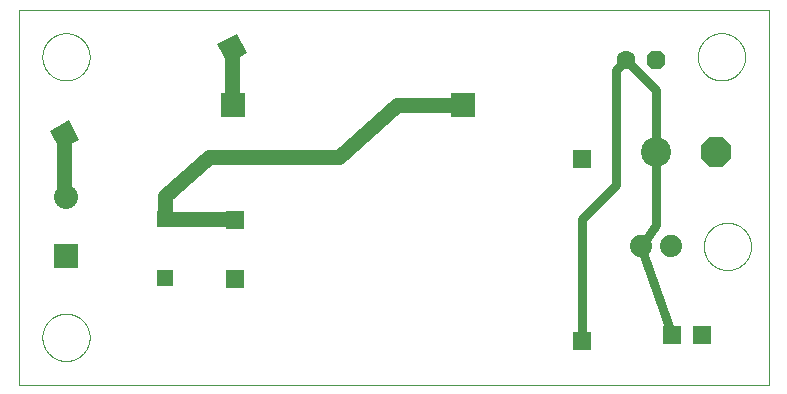
<source format=gtl>
G75*
%MOIN*%
%OFA0B0*%
%FSLAX25Y25*%
%IPPOS*%
%LPD*%
%AMOC8*
5,1,8,0,0,1.08239X$1,22.5*
%
%ADD10C,0.00000*%
%ADD11R,0.08000X0.08000*%
%ADD12C,0.08000*%
%ADD13R,0.05937X0.05937*%
%ADD14R,0.07382X0.07382*%
%ADD15R,0.07972X0.07972*%
%ADD16R,0.05543X0.05543*%
%ADD17R,0.06000X0.06000*%
%ADD18C,0.10000*%
%ADD19OC8,0.10000*%
%ADD20OC8,0.06300*%
%ADD21C,0.06300*%
%ADD22C,0.07400*%
%ADD23C,0.05000*%
%ADD24C,0.03150*%
%ADD25C,0.02400*%
D10*
X0002266Y0001000D02*
X0002266Y0126000D01*
X0252266Y0126000D01*
X0252266Y0001000D01*
X0002266Y0001000D01*
X0010140Y0016748D02*
X0010142Y0016941D01*
X0010149Y0017134D01*
X0010161Y0017327D01*
X0010178Y0017520D01*
X0010199Y0017712D01*
X0010225Y0017903D01*
X0010256Y0018094D01*
X0010291Y0018284D01*
X0010331Y0018473D01*
X0010376Y0018661D01*
X0010425Y0018848D01*
X0010479Y0019034D01*
X0010537Y0019218D01*
X0010600Y0019401D01*
X0010668Y0019582D01*
X0010739Y0019761D01*
X0010816Y0019939D01*
X0010896Y0020115D01*
X0010981Y0020288D01*
X0011070Y0020460D01*
X0011163Y0020629D01*
X0011260Y0020796D01*
X0011362Y0020961D01*
X0011467Y0021123D01*
X0011576Y0021282D01*
X0011690Y0021439D01*
X0011807Y0021592D01*
X0011927Y0021743D01*
X0012052Y0021891D01*
X0012180Y0022036D01*
X0012311Y0022177D01*
X0012446Y0022316D01*
X0012585Y0022451D01*
X0012726Y0022582D01*
X0012871Y0022710D01*
X0013019Y0022835D01*
X0013170Y0022955D01*
X0013323Y0023072D01*
X0013480Y0023186D01*
X0013639Y0023295D01*
X0013801Y0023400D01*
X0013966Y0023502D01*
X0014133Y0023599D01*
X0014302Y0023692D01*
X0014474Y0023781D01*
X0014647Y0023866D01*
X0014823Y0023946D01*
X0015001Y0024023D01*
X0015180Y0024094D01*
X0015361Y0024162D01*
X0015544Y0024225D01*
X0015728Y0024283D01*
X0015914Y0024337D01*
X0016101Y0024386D01*
X0016289Y0024431D01*
X0016478Y0024471D01*
X0016668Y0024506D01*
X0016859Y0024537D01*
X0017050Y0024563D01*
X0017242Y0024584D01*
X0017435Y0024601D01*
X0017628Y0024613D01*
X0017821Y0024620D01*
X0018014Y0024622D01*
X0018207Y0024620D01*
X0018400Y0024613D01*
X0018593Y0024601D01*
X0018786Y0024584D01*
X0018978Y0024563D01*
X0019169Y0024537D01*
X0019360Y0024506D01*
X0019550Y0024471D01*
X0019739Y0024431D01*
X0019927Y0024386D01*
X0020114Y0024337D01*
X0020300Y0024283D01*
X0020484Y0024225D01*
X0020667Y0024162D01*
X0020848Y0024094D01*
X0021027Y0024023D01*
X0021205Y0023946D01*
X0021381Y0023866D01*
X0021554Y0023781D01*
X0021726Y0023692D01*
X0021895Y0023599D01*
X0022062Y0023502D01*
X0022227Y0023400D01*
X0022389Y0023295D01*
X0022548Y0023186D01*
X0022705Y0023072D01*
X0022858Y0022955D01*
X0023009Y0022835D01*
X0023157Y0022710D01*
X0023302Y0022582D01*
X0023443Y0022451D01*
X0023582Y0022316D01*
X0023717Y0022177D01*
X0023848Y0022036D01*
X0023976Y0021891D01*
X0024101Y0021743D01*
X0024221Y0021592D01*
X0024338Y0021439D01*
X0024452Y0021282D01*
X0024561Y0021123D01*
X0024666Y0020961D01*
X0024768Y0020796D01*
X0024865Y0020629D01*
X0024958Y0020460D01*
X0025047Y0020288D01*
X0025132Y0020115D01*
X0025212Y0019939D01*
X0025289Y0019761D01*
X0025360Y0019582D01*
X0025428Y0019401D01*
X0025491Y0019218D01*
X0025549Y0019034D01*
X0025603Y0018848D01*
X0025652Y0018661D01*
X0025697Y0018473D01*
X0025737Y0018284D01*
X0025772Y0018094D01*
X0025803Y0017903D01*
X0025829Y0017712D01*
X0025850Y0017520D01*
X0025867Y0017327D01*
X0025879Y0017134D01*
X0025886Y0016941D01*
X0025888Y0016748D01*
X0025886Y0016555D01*
X0025879Y0016362D01*
X0025867Y0016169D01*
X0025850Y0015976D01*
X0025829Y0015784D01*
X0025803Y0015593D01*
X0025772Y0015402D01*
X0025737Y0015212D01*
X0025697Y0015023D01*
X0025652Y0014835D01*
X0025603Y0014648D01*
X0025549Y0014462D01*
X0025491Y0014278D01*
X0025428Y0014095D01*
X0025360Y0013914D01*
X0025289Y0013735D01*
X0025212Y0013557D01*
X0025132Y0013381D01*
X0025047Y0013208D01*
X0024958Y0013036D01*
X0024865Y0012867D01*
X0024768Y0012700D01*
X0024666Y0012535D01*
X0024561Y0012373D01*
X0024452Y0012214D01*
X0024338Y0012057D01*
X0024221Y0011904D01*
X0024101Y0011753D01*
X0023976Y0011605D01*
X0023848Y0011460D01*
X0023717Y0011319D01*
X0023582Y0011180D01*
X0023443Y0011045D01*
X0023302Y0010914D01*
X0023157Y0010786D01*
X0023009Y0010661D01*
X0022858Y0010541D01*
X0022705Y0010424D01*
X0022548Y0010310D01*
X0022389Y0010201D01*
X0022227Y0010096D01*
X0022062Y0009994D01*
X0021895Y0009897D01*
X0021726Y0009804D01*
X0021554Y0009715D01*
X0021381Y0009630D01*
X0021205Y0009550D01*
X0021027Y0009473D01*
X0020848Y0009402D01*
X0020667Y0009334D01*
X0020484Y0009271D01*
X0020300Y0009213D01*
X0020114Y0009159D01*
X0019927Y0009110D01*
X0019739Y0009065D01*
X0019550Y0009025D01*
X0019360Y0008990D01*
X0019169Y0008959D01*
X0018978Y0008933D01*
X0018786Y0008912D01*
X0018593Y0008895D01*
X0018400Y0008883D01*
X0018207Y0008876D01*
X0018014Y0008874D01*
X0017821Y0008876D01*
X0017628Y0008883D01*
X0017435Y0008895D01*
X0017242Y0008912D01*
X0017050Y0008933D01*
X0016859Y0008959D01*
X0016668Y0008990D01*
X0016478Y0009025D01*
X0016289Y0009065D01*
X0016101Y0009110D01*
X0015914Y0009159D01*
X0015728Y0009213D01*
X0015544Y0009271D01*
X0015361Y0009334D01*
X0015180Y0009402D01*
X0015001Y0009473D01*
X0014823Y0009550D01*
X0014647Y0009630D01*
X0014474Y0009715D01*
X0014302Y0009804D01*
X0014133Y0009897D01*
X0013966Y0009994D01*
X0013801Y0010096D01*
X0013639Y0010201D01*
X0013480Y0010310D01*
X0013323Y0010424D01*
X0013170Y0010541D01*
X0013019Y0010661D01*
X0012871Y0010786D01*
X0012726Y0010914D01*
X0012585Y0011045D01*
X0012446Y0011180D01*
X0012311Y0011319D01*
X0012180Y0011460D01*
X0012052Y0011605D01*
X0011927Y0011753D01*
X0011807Y0011904D01*
X0011690Y0012057D01*
X0011576Y0012214D01*
X0011467Y0012373D01*
X0011362Y0012535D01*
X0011260Y0012700D01*
X0011163Y0012867D01*
X0011070Y0013036D01*
X0010981Y0013208D01*
X0010896Y0013381D01*
X0010816Y0013557D01*
X0010739Y0013735D01*
X0010668Y0013914D01*
X0010600Y0014095D01*
X0010537Y0014278D01*
X0010479Y0014462D01*
X0010425Y0014648D01*
X0010376Y0014835D01*
X0010331Y0015023D01*
X0010291Y0015212D01*
X0010256Y0015402D01*
X0010225Y0015593D01*
X0010199Y0015784D01*
X0010178Y0015976D01*
X0010161Y0016169D01*
X0010149Y0016362D01*
X0010142Y0016555D01*
X0010140Y0016748D01*
X0010140Y0110252D02*
X0010142Y0110445D01*
X0010149Y0110638D01*
X0010161Y0110831D01*
X0010178Y0111024D01*
X0010199Y0111216D01*
X0010225Y0111407D01*
X0010256Y0111598D01*
X0010291Y0111788D01*
X0010331Y0111977D01*
X0010376Y0112165D01*
X0010425Y0112352D01*
X0010479Y0112538D01*
X0010537Y0112722D01*
X0010600Y0112905D01*
X0010668Y0113086D01*
X0010739Y0113265D01*
X0010816Y0113443D01*
X0010896Y0113619D01*
X0010981Y0113792D01*
X0011070Y0113964D01*
X0011163Y0114133D01*
X0011260Y0114300D01*
X0011362Y0114465D01*
X0011467Y0114627D01*
X0011576Y0114786D01*
X0011690Y0114943D01*
X0011807Y0115096D01*
X0011927Y0115247D01*
X0012052Y0115395D01*
X0012180Y0115540D01*
X0012311Y0115681D01*
X0012446Y0115820D01*
X0012585Y0115955D01*
X0012726Y0116086D01*
X0012871Y0116214D01*
X0013019Y0116339D01*
X0013170Y0116459D01*
X0013323Y0116576D01*
X0013480Y0116690D01*
X0013639Y0116799D01*
X0013801Y0116904D01*
X0013966Y0117006D01*
X0014133Y0117103D01*
X0014302Y0117196D01*
X0014474Y0117285D01*
X0014647Y0117370D01*
X0014823Y0117450D01*
X0015001Y0117527D01*
X0015180Y0117598D01*
X0015361Y0117666D01*
X0015544Y0117729D01*
X0015728Y0117787D01*
X0015914Y0117841D01*
X0016101Y0117890D01*
X0016289Y0117935D01*
X0016478Y0117975D01*
X0016668Y0118010D01*
X0016859Y0118041D01*
X0017050Y0118067D01*
X0017242Y0118088D01*
X0017435Y0118105D01*
X0017628Y0118117D01*
X0017821Y0118124D01*
X0018014Y0118126D01*
X0018207Y0118124D01*
X0018400Y0118117D01*
X0018593Y0118105D01*
X0018786Y0118088D01*
X0018978Y0118067D01*
X0019169Y0118041D01*
X0019360Y0118010D01*
X0019550Y0117975D01*
X0019739Y0117935D01*
X0019927Y0117890D01*
X0020114Y0117841D01*
X0020300Y0117787D01*
X0020484Y0117729D01*
X0020667Y0117666D01*
X0020848Y0117598D01*
X0021027Y0117527D01*
X0021205Y0117450D01*
X0021381Y0117370D01*
X0021554Y0117285D01*
X0021726Y0117196D01*
X0021895Y0117103D01*
X0022062Y0117006D01*
X0022227Y0116904D01*
X0022389Y0116799D01*
X0022548Y0116690D01*
X0022705Y0116576D01*
X0022858Y0116459D01*
X0023009Y0116339D01*
X0023157Y0116214D01*
X0023302Y0116086D01*
X0023443Y0115955D01*
X0023582Y0115820D01*
X0023717Y0115681D01*
X0023848Y0115540D01*
X0023976Y0115395D01*
X0024101Y0115247D01*
X0024221Y0115096D01*
X0024338Y0114943D01*
X0024452Y0114786D01*
X0024561Y0114627D01*
X0024666Y0114465D01*
X0024768Y0114300D01*
X0024865Y0114133D01*
X0024958Y0113964D01*
X0025047Y0113792D01*
X0025132Y0113619D01*
X0025212Y0113443D01*
X0025289Y0113265D01*
X0025360Y0113086D01*
X0025428Y0112905D01*
X0025491Y0112722D01*
X0025549Y0112538D01*
X0025603Y0112352D01*
X0025652Y0112165D01*
X0025697Y0111977D01*
X0025737Y0111788D01*
X0025772Y0111598D01*
X0025803Y0111407D01*
X0025829Y0111216D01*
X0025850Y0111024D01*
X0025867Y0110831D01*
X0025879Y0110638D01*
X0025886Y0110445D01*
X0025888Y0110252D01*
X0025886Y0110059D01*
X0025879Y0109866D01*
X0025867Y0109673D01*
X0025850Y0109480D01*
X0025829Y0109288D01*
X0025803Y0109097D01*
X0025772Y0108906D01*
X0025737Y0108716D01*
X0025697Y0108527D01*
X0025652Y0108339D01*
X0025603Y0108152D01*
X0025549Y0107966D01*
X0025491Y0107782D01*
X0025428Y0107599D01*
X0025360Y0107418D01*
X0025289Y0107239D01*
X0025212Y0107061D01*
X0025132Y0106885D01*
X0025047Y0106712D01*
X0024958Y0106540D01*
X0024865Y0106371D01*
X0024768Y0106204D01*
X0024666Y0106039D01*
X0024561Y0105877D01*
X0024452Y0105718D01*
X0024338Y0105561D01*
X0024221Y0105408D01*
X0024101Y0105257D01*
X0023976Y0105109D01*
X0023848Y0104964D01*
X0023717Y0104823D01*
X0023582Y0104684D01*
X0023443Y0104549D01*
X0023302Y0104418D01*
X0023157Y0104290D01*
X0023009Y0104165D01*
X0022858Y0104045D01*
X0022705Y0103928D01*
X0022548Y0103814D01*
X0022389Y0103705D01*
X0022227Y0103600D01*
X0022062Y0103498D01*
X0021895Y0103401D01*
X0021726Y0103308D01*
X0021554Y0103219D01*
X0021381Y0103134D01*
X0021205Y0103054D01*
X0021027Y0102977D01*
X0020848Y0102906D01*
X0020667Y0102838D01*
X0020484Y0102775D01*
X0020300Y0102717D01*
X0020114Y0102663D01*
X0019927Y0102614D01*
X0019739Y0102569D01*
X0019550Y0102529D01*
X0019360Y0102494D01*
X0019169Y0102463D01*
X0018978Y0102437D01*
X0018786Y0102416D01*
X0018593Y0102399D01*
X0018400Y0102387D01*
X0018207Y0102380D01*
X0018014Y0102378D01*
X0017821Y0102380D01*
X0017628Y0102387D01*
X0017435Y0102399D01*
X0017242Y0102416D01*
X0017050Y0102437D01*
X0016859Y0102463D01*
X0016668Y0102494D01*
X0016478Y0102529D01*
X0016289Y0102569D01*
X0016101Y0102614D01*
X0015914Y0102663D01*
X0015728Y0102717D01*
X0015544Y0102775D01*
X0015361Y0102838D01*
X0015180Y0102906D01*
X0015001Y0102977D01*
X0014823Y0103054D01*
X0014647Y0103134D01*
X0014474Y0103219D01*
X0014302Y0103308D01*
X0014133Y0103401D01*
X0013966Y0103498D01*
X0013801Y0103600D01*
X0013639Y0103705D01*
X0013480Y0103814D01*
X0013323Y0103928D01*
X0013170Y0104045D01*
X0013019Y0104165D01*
X0012871Y0104290D01*
X0012726Y0104418D01*
X0012585Y0104549D01*
X0012446Y0104684D01*
X0012311Y0104823D01*
X0012180Y0104964D01*
X0012052Y0105109D01*
X0011927Y0105257D01*
X0011807Y0105408D01*
X0011690Y0105561D01*
X0011576Y0105718D01*
X0011467Y0105877D01*
X0011362Y0106039D01*
X0011260Y0106204D01*
X0011163Y0106371D01*
X0011070Y0106540D01*
X0010981Y0106712D01*
X0010896Y0106885D01*
X0010816Y0107061D01*
X0010739Y0107239D01*
X0010668Y0107418D01*
X0010600Y0107599D01*
X0010537Y0107782D01*
X0010479Y0107966D01*
X0010425Y0108152D01*
X0010376Y0108339D01*
X0010331Y0108527D01*
X0010291Y0108716D01*
X0010256Y0108906D01*
X0010225Y0109097D01*
X0010199Y0109288D01*
X0010178Y0109480D01*
X0010161Y0109673D01*
X0010149Y0109866D01*
X0010142Y0110059D01*
X0010140Y0110252D01*
X0228644Y0110252D02*
X0228646Y0110445D01*
X0228653Y0110638D01*
X0228665Y0110831D01*
X0228682Y0111024D01*
X0228703Y0111216D01*
X0228729Y0111407D01*
X0228760Y0111598D01*
X0228795Y0111788D01*
X0228835Y0111977D01*
X0228880Y0112165D01*
X0228929Y0112352D01*
X0228983Y0112538D01*
X0229041Y0112722D01*
X0229104Y0112905D01*
X0229172Y0113086D01*
X0229243Y0113265D01*
X0229320Y0113443D01*
X0229400Y0113619D01*
X0229485Y0113792D01*
X0229574Y0113964D01*
X0229667Y0114133D01*
X0229764Y0114300D01*
X0229866Y0114465D01*
X0229971Y0114627D01*
X0230080Y0114786D01*
X0230194Y0114943D01*
X0230311Y0115096D01*
X0230431Y0115247D01*
X0230556Y0115395D01*
X0230684Y0115540D01*
X0230815Y0115681D01*
X0230950Y0115820D01*
X0231089Y0115955D01*
X0231230Y0116086D01*
X0231375Y0116214D01*
X0231523Y0116339D01*
X0231674Y0116459D01*
X0231827Y0116576D01*
X0231984Y0116690D01*
X0232143Y0116799D01*
X0232305Y0116904D01*
X0232470Y0117006D01*
X0232637Y0117103D01*
X0232806Y0117196D01*
X0232978Y0117285D01*
X0233151Y0117370D01*
X0233327Y0117450D01*
X0233505Y0117527D01*
X0233684Y0117598D01*
X0233865Y0117666D01*
X0234048Y0117729D01*
X0234232Y0117787D01*
X0234418Y0117841D01*
X0234605Y0117890D01*
X0234793Y0117935D01*
X0234982Y0117975D01*
X0235172Y0118010D01*
X0235363Y0118041D01*
X0235554Y0118067D01*
X0235746Y0118088D01*
X0235939Y0118105D01*
X0236132Y0118117D01*
X0236325Y0118124D01*
X0236518Y0118126D01*
X0236711Y0118124D01*
X0236904Y0118117D01*
X0237097Y0118105D01*
X0237290Y0118088D01*
X0237482Y0118067D01*
X0237673Y0118041D01*
X0237864Y0118010D01*
X0238054Y0117975D01*
X0238243Y0117935D01*
X0238431Y0117890D01*
X0238618Y0117841D01*
X0238804Y0117787D01*
X0238988Y0117729D01*
X0239171Y0117666D01*
X0239352Y0117598D01*
X0239531Y0117527D01*
X0239709Y0117450D01*
X0239885Y0117370D01*
X0240058Y0117285D01*
X0240230Y0117196D01*
X0240399Y0117103D01*
X0240566Y0117006D01*
X0240731Y0116904D01*
X0240893Y0116799D01*
X0241052Y0116690D01*
X0241209Y0116576D01*
X0241362Y0116459D01*
X0241513Y0116339D01*
X0241661Y0116214D01*
X0241806Y0116086D01*
X0241947Y0115955D01*
X0242086Y0115820D01*
X0242221Y0115681D01*
X0242352Y0115540D01*
X0242480Y0115395D01*
X0242605Y0115247D01*
X0242725Y0115096D01*
X0242842Y0114943D01*
X0242956Y0114786D01*
X0243065Y0114627D01*
X0243170Y0114465D01*
X0243272Y0114300D01*
X0243369Y0114133D01*
X0243462Y0113964D01*
X0243551Y0113792D01*
X0243636Y0113619D01*
X0243716Y0113443D01*
X0243793Y0113265D01*
X0243864Y0113086D01*
X0243932Y0112905D01*
X0243995Y0112722D01*
X0244053Y0112538D01*
X0244107Y0112352D01*
X0244156Y0112165D01*
X0244201Y0111977D01*
X0244241Y0111788D01*
X0244276Y0111598D01*
X0244307Y0111407D01*
X0244333Y0111216D01*
X0244354Y0111024D01*
X0244371Y0110831D01*
X0244383Y0110638D01*
X0244390Y0110445D01*
X0244392Y0110252D01*
X0244390Y0110059D01*
X0244383Y0109866D01*
X0244371Y0109673D01*
X0244354Y0109480D01*
X0244333Y0109288D01*
X0244307Y0109097D01*
X0244276Y0108906D01*
X0244241Y0108716D01*
X0244201Y0108527D01*
X0244156Y0108339D01*
X0244107Y0108152D01*
X0244053Y0107966D01*
X0243995Y0107782D01*
X0243932Y0107599D01*
X0243864Y0107418D01*
X0243793Y0107239D01*
X0243716Y0107061D01*
X0243636Y0106885D01*
X0243551Y0106712D01*
X0243462Y0106540D01*
X0243369Y0106371D01*
X0243272Y0106204D01*
X0243170Y0106039D01*
X0243065Y0105877D01*
X0242956Y0105718D01*
X0242842Y0105561D01*
X0242725Y0105408D01*
X0242605Y0105257D01*
X0242480Y0105109D01*
X0242352Y0104964D01*
X0242221Y0104823D01*
X0242086Y0104684D01*
X0241947Y0104549D01*
X0241806Y0104418D01*
X0241661Y0104290D01*
X0241513Y0104165D01*
X0241362Y0104045D01*
X0241209Y0103928D01*
X0241052Y0103814D01*
X0240893Y0103705D01*
X0240731Y0103600D01*
X0240566Y0103498D01*
X0240399Y0103401D01*
X0240230Y0103308D01*
X0240058Y0103219D01*
X0239885Y0103134D01*
X0239709Y0103054D01*
X0239531Y0102977D01*
X0239352Y0102906D01*
X0239171Y0102838D01*
X0238988Y0102775D01*
X0238804Y0102717D01*
X0238618Y0102663D01*
X0238431Y0102614D01*
X0238243Y0102569D01*
X0238054Y0102529D01*
X0237864Y0102494D01*
X0237673Y0102463D01*
X0237482Y0102437D01*
X0237290Y0102416D01*
X0237097Y0102399D01*
X0236904Y0102387D01*
X0236711Y0102380D01*
X0236518Y0102378D01*
X0236325Y0102380D01*
X0236132Y0102387D01*
X0235939Y0102399D01*
X0235746Y0102416D01*
X0235554Y0102437D01*
X0235363Y0102463D01*
X0235172Y0102494D01*
X0234982Y0102529D01*
X0234793Y0102569D01*
X0234605Y0102614D01*
X0234418Y0102663D01*
X0234232Y0102717D01*
X0234048Y0102775D01*
X0233865Y0102838D01*
X0233684Y0102906D01*
X0233505Y0102977D01*
X0233327Y0103054D01*
X0233151Y0103134D01*
X0232978Y0103219D01*
X0232806Y0103308D01*
X0232637Y0103401D01*
X0232470Y0103498D01*
X0232305Y0103600D01*
X0232143Y0103705D01*
X0231984Y0103814D01*
X0231827Y0103928D01*
X0231674Y0104045D01*
X0231523Y0104165D01*
X0231375Y0104290D01*
X0231230Y0104418D01*
X0231089Y0104549D01*
X0230950Y0104684D01*
X0230815Y0104823D01*
X0230684Y0104964D01*
X0230556Y0105109D01*
X0230431Y0105257D01*
X0230311Y0105408D01*
X0230194Y0105561D01*
X0230080Y0105718D01*
X0229971Y0105877D01*
X0229866Y0106039D01*
X0229764Y0106204D01*
X0229667Y0106371D01*
X0229574Y0106540D01*
X0229485Y0106712D01*
X0229400Y0106885D01*
X0229320Y0107061D01*
X0229243Y0107239D01*
X0229172Y0107418D01*
X0229104Y0107599D01*
X0229041Y0107782D01*
X0228983Y0107966D01*
X0228929Y0108152D01*
X0228880Y0108339D01*
X0228835Y0108527D01*
X0228795Y0108716D01*
X0228760Y0108906D01*
X0228729Y0109097D01*
X0228703Y0109288D01*
X0228682Y0109480D01*
X0228665Y0109673D01*
X0228653Y0109866D01*
X0228646Y0110059D01*
X0228644Y0110252D01*
X0230613Y0047063D02*
X0230615Y0047256D01*
X0230622Y0047449D01*
X0230634Y0047642D01*
X0230651Y0047835D01*
X0230672Y0048027D01*
X0230698Y0048218D01*
X0230729Y0048409D01*
X0230764Y0048599D01*
X0230804Y0048788D01*
X0230849Y0048976D01*
X0230898Y0049163D01*
X0230952Y0049349D01*
X0231010Y0049533D01*
X0231073Y0049716D01*
X0231141Y0049897D01*
X0231212Y0050076D01*
X0231289Y0050254D01*
X0231369Y0050430D01*
X0231454Y0050603D01*
X0231543Y0050775D01*
X0231636Y0050944D01*
X0231733Y0051111D01*
X0231835Y0051276D01*
X0231940Y0051438D01*
X0232049Y0051597D01*
X0232163Y0051754D01*
X0232280Y0051907D01*
X0232400Y0052058D01*
X0232525Y0052206D01*
X0232653Y0052351D01*
X0232784Y0052492D01*
X0232919Y0052631D01*
X0233058Y0052766D01*
X0233199Y0052897D01*
X0233344Y0053025D01*
X0233492Y0053150D01*
X0233643Y0053270D01*
X0233796Y0053387D01*
X0233953Y0053501D01*
X0234112Y0053610D01*
X0234274Y0053715D01*
X0234439Y0053817D01*
X0234606Y0053914D01*
X0234775Y0054007D01*
X0234947Y0054096D01*
X0235120Y0054181D01*
X0235296Y0054261D01*
X0235474Y0054338D01*
X0235653Y0054409D01*
X0235834Y0054477D01*
X0236017Y0054540D01*
X0236201Y0054598D01*
X0236387Y0054652D01*
X0236574Y0054701D01*
X0236762Y0054746D01*
X0236951Y0054786D01*
X0237141Y0054821D01*
X0237332Y0054852D01*
X0237523Y0054878D01*
X0237715Y0054899D01*
X0237908Y0054916D01*
X0238101Y0054928D01*
X0238294Y0054935D01*
X0238487Y0054937D01*
X0238680Y0054935D01*
X0238873Y0054928D01*
X0239066Y0054916D01*
X0239259Y0054899D01*
X0239451Y0054878D01*
X0239642Y0054852D01*
X0239833Y0054821D01*
X0240023Y0054786D01*
X0240212Y0054746D01*
X0240400Y0054701D01*
X0240587Y0054652D01*
X0240773Y0054598D01*
X0240957Y0054540D01*
X0241140Y0054477D01*
X0241321Y0054409D01*
X0241500Y0054338D01*
X0241678Y0054261D01*
X0241854Y0054181D01*
X0242027Y0054096D01*
X0242199Y0054007D01*
X0242368Y0053914D01*
X0242535Y0053817D01*
X0242700Y0053715D01*
X0242862Y0053610D01*
X0243021Y0053501D01*
X0243178Y0053387D01*
X0243331Y0053270D01*
X0243482Y0053150D01*
X0243630Y0053025D01*
X0243775Y0052897D01*
X0243916Y0052766D01*
X0244055Y0052631D01*
X0244190Y0052492D01*
X0244321Y0052351D01*
X0244449Y0052206D01*
X0244574Y0052058D01*
X0244694Y0051907D01*
X0244811Y0051754D01*
X0244925Y0051597D01*
X0245034Y0051438D01*
X0245139Y0051276D01*
X0245241Y0051111D01*
X0245338Y0050944D01*
X0245431Y0050775D01*
X0245520Y0050603D01*
X0245605Y0050430D01*
X0245685Y0050254D01*
X0245762Y0050076D01*
X0245833Y0049897D01*
X0245901Y0049716D01*
X0245964Y0049533D01*
X0246022Y0049349D01*
X0246076Y0049163D01*
X0246125Y0048976D01*
X0246170Y0048788D01*
X0246210Y0048599D01*
X0246245Y0048409D01*
X0246276Y0048218D01*
X0246302Y0048027D01*
X0246323Y0047835D01*
X0246340Y0047642D01*
X0246352Y0047449D01*
X0246359Y0047256D01*
X0246361Y0047063D01*
X0246359Y0046870D01*
X0246352Y0046677D01*
X0246340Y0046484D01*
X0246323Y0046291D01*
X0246302Y0046099D01*
X0246276Y0045908D01*
X0246245Y0045717D01*
X0246210Y0045527D01*
X0246170Y0045338D01*
X0246125Y0045150D01*
X0246076Y0044963D01*
X0246022Y0044777D01*
X0245964Y0044593D01*
X0245901Y0044410D01*
X0245833Y0044229D01*
X0245762Y0044050D01*
X0245685Y0043872D01*
X0245605Y0043696D01*
X0245520Y0043523D01*
X0245431Y0043351D01*
X0245338Y0043182D01*
X0245241Y0043015D01*
X0245139Y0042850D01*
X0245034Y0042688D01*
X0244925Y0042529D01*
X0244811Y0042372D01*
X0244694Y0042219D01*
X0244574Y0042068D01*
X0244449Y0041920D01*
X0244321Y0041775D01*
X0244190Y0041634D01*
X0244055Y0041495D01*
X0243916Y0041360D01*
X0243775Y0041229D01*
X0243630Y0041101D01*
X0243482Y0040976D01*
X0243331Y0040856D01*
X0243178Y0040739D01*
X0243021Y0040625D01*
X0242862Y0040516D01*
X0242700Y0040411D01*
X0242535Y0040309D01*
X0242368Y0040212D01*
X0242199Y0040119D01*
X0242027Y0040030D01*
X0241854Y0039945D01*
X0241678Y0039865D01*
X0241500Y0039788D01*
X0241321Y0039717D01*
X0241140Y0039649D01*
X0240957Y0039586D01*
X0240773Y0039528D01*
X0240587Y0039474D01*
X0240400Y0039425D01*
X0240212Y0039380D01*
X0240023Y0039340D01*
X0239833Y0039305D01*
X0239642Y0039274D01*
X0239451Y0039248D01*
X0239259Y0039227D01*
X0239066Y0039210D01*
X0238873Y0039198D01*
X0238680Y0039191D01*
X0238487Y0039189D01*
X0238294Y0039191D01*
X0238101Y0039198D01*
X0237908Y0039210D01*
X0237715Y0039227D01*
X0237523Y0039248D01*
X0237332Y0039274D01*
X0237141Y0039305D01*
X0236951Y0039340D01*
X0236762Y0039380D01*
X0236574Y0039425D01*
X0236387Y0039474D01*
X0236201Y0039528D01*
X0236017Y0039586D01*
X0235834Y0039649D01*
X0235653Y0039717D01*
X0235474Y0039788D01*
X0235296Y0039865D01*
X0235120Y0039945D01*
X0234947Y0040030D01*
X0234775Y0040119D01*
X0234606Y0040212D01*
X0234439Y0040309D01*
X0234274Y0040411D01*
X0234112Y0040516D01*
X0233953Y0040625D01*
X0233796Y0040739D01*
X0233643Y0040856D01*
X0233492Y0040976D01*
X0233344Y0041101D01*
X0233199Y0041229D01*
X0233058Y0041360D01*
X0232919Y0041495D01*
X0232784Y0041634D01*
X0232653Y0041775D01*
X0232525Y0041920D01*
X0232400Y0042068D01*
X0232280Y0042219D01*
X0232163Y0042372D01*
X0232049Y0042529D01*
X0231940Y0042688D01*
X0231835Y0042850D01*
X0231733Y0043015D01*
X0231636Y0043182D01*
X0231543Y0043351D01*
X0231454Y0043523D01*
X0231369Y0043696D01*
X0231289Y0043872D01*
X0231212Y0044050D01*
X0231141Y0044229D01*
X0231073Y0044410D01*
X0231010Y0044593D01*
X0230952Y0044777D01*
X0230898Y0044963D01*
X0230849Y0045150D01*
X0230804Y0045338D01*
X0230764Y0045527D01*
X0230729Y0045717D01*
X0230698Y0045908D01*
X0230672Y0046099D01*
X0230651Y0046291D01*
X0230634Y0046484D01*
X0230622Y0046677D01*
X0230615Y0046870D01*
X0230613Y0047063D01*
D11*
X0017935Y0043756D03*
D12*
X0017935Y0063441D03*
D13*
X0074392Y0055843D03*
X0074392Y0036157D03*
X0190140Y0015685D03*
X0190140Y0076315D03*
D14*
G36*
X0068505Y0114550D02*
X0075064Y0117935D01*
X0078449Y0111376D01*
X0071890Y0107991D01*
X0068505Y0114550D01*
G37*
G36*
X0012529Y0085658D02*
X0019088Y0089043D01*
X0022473Y0082484D01*
X0015914Y0079099D01*
X0012529Y0085658D01*
G37*
D15*
X0073644Y0094071D03*
X0150416Y0094071D03*
D16*
X0051124Y0056157D03*
X0051124Y0036472D03*
D17*
X0219865Y0017496D03*
X0229865Y0017496D03*
D18*
X0214707Y0078559D03*
D19*
X0234707Y0078559D03*
D20*
X0214746Y0109268D03*
D21*
X0204746Y0109268D03*
D22*
X0209589Y0047063D03*
X0219589Y0047063D03*
D23*
X0150416Y0094071D02*
X0128250Y0094071D01*
X0108959Y0076984D01*
X0065652Y0076984D01*
X0051085Y0063992D01*
X0051085Y0056197D01*
X0051124Y0056157D02*
X0074077Y0056157D01*
X0017935Y0063441D02*
X0017501Y0065450D01*
X0017501Y0084071D01*
X0073477Y0094238D02*
X0073477Y0112963D01*
D24*
X0073477Y0094238D02*
X0073644Y0094071D01*
X0074077Y0056157D02*
X0074392Y0055843D01*
X0051124Y0056157D02*
X0051085Y0056197D01*
X0190140Y0056197D02*
X0190140Y0015685D01*
X0219865Y0017496D02*
X0209628Y0047024D01*
X0214707Y0054150D01*
X0214707Y0078559D01*
X0214707Y0099307D01*
X0204746Y0109268D01*
X0201479Y0106000D01*
X0201479Y0067535D01*
X0190140Y0056197D01*
D25*
X0209589Y0047063D02*
X0209628Y0047024D01*
M02*

</source>
